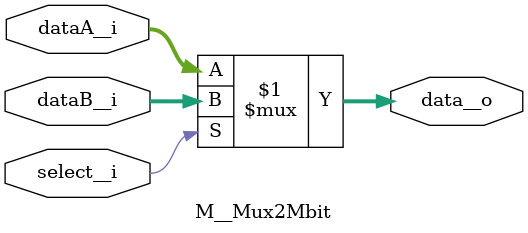
<source format=sv>
/*
 * ============================================================================
 *
 *  Name        :   M__Mux2Mbit
 *  Author      :   Aditya Shevade
 *
 *  Description :   A 2 input mux with each input M bit wide.
 *
 * ============================================================================
 */

module M__Mux2Mbit #(
    parameter   WIDTH   =   8
    )(
    input   wire    [(WIDTH - 1): 0]    dataA__i,
    input   wire    [(WIDTH - 1): 0]    dataB__i,
    input   wire                        select__i,
    output  wire    [(WIDTH - 1): 0]    data__o
    );

    assign data__o  = (select__i) ? dataB__i : dataA__i;

endmodule : M__Mux2Mbit

</source>
